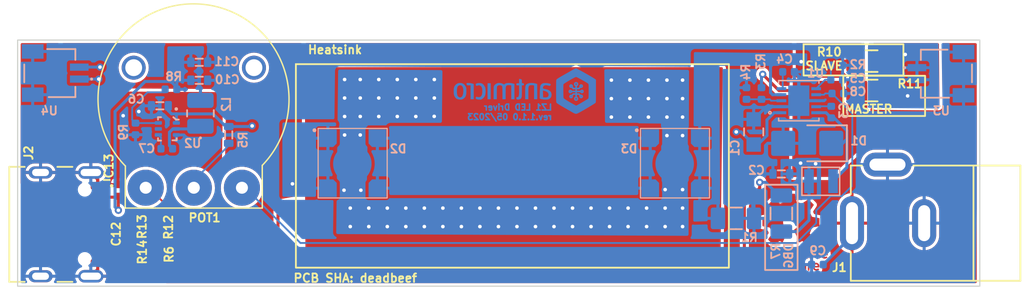
<source format=kicad_pcb>
(kicad_pcb (version 20211014) (generator pcbnew)
  (layers (0 "F.Cu" signal) (31 "B.Cu" signal) (34 "B.Paste" user) (35 "F.Paste" user) (36 "B.SilkS" user "B.Silkscreen") (37 "F.SilkS" user "F.Silkscreen") (38 "B.Mask" user) (39 "F.Mask" user) (44 "Edge.Cuts" user))
  (net 0 "")
  (net 1 "GND")
  (net 2 "+12V")
  (net 3 "Net-(C3-Pad1)")
  (net 4 "Net-(C3-Pad2)")
  (net 5 "Net-(C4-Pad2)")
  (net 6 "Net-(C5-Pad2)")
  (net 11 "SW")
  (net 12 "Net-(POT1-Pad2)")
  (net 13 "Net-(D2-Pad1)")
  (net 14 "Net-(C8-Pad2)")
  (net 15 "/LED DRIVER & USB-C Power output/VBUS")
  (net 16 "A_in")
  (net 17 "C_out")
  (net 18 "Thermal")
  (net 19 "Net-(C7-Pad1)")
  (net 20 "Net-(C7-Pad2)")
  (net 21 "Net-(R3-Pad2)")
  (net 22 "FB")
  (net 23 "Net-(TP1-Pad1)")
  (net 24 "Net-(R8-Pad1)")
  (net 25 "Net-(J2-PadA6)")
  (net 26 "Net-(J2-PadA7)")
  (net 27 "Net-(POT1-Pad1)")
  (footprint "antmicro-footprints:C_0402_1005Metric" (layer "F.Cu") (at 93.35 53.025 -90)
    (fp_text reference "C13")
    (fp_text value "C_100n_0402" hide)
  )
  (footprint "antmicro-footprints:R_0402_1005Metric" (layer "F.Cu") (at 96.5 56.115 90)
    (fp_text reference "R12")
    (fp_text value "R_10k_0402" hide)
  )
  (footprint "antmicro-footprints:BarrelJack_3167288_Horizontal" (layer "F.Cu") (at 154.375 55.75 90)
    (fp_text reference "J1")
    (fp_text value "BarrelJack_3167288" hide)
  )
  (footprint "antmicro-footprints:GCT_USB4105-GF-A" (layer "F.Cu") (at 88.159645 55.85 -90)
    (fp_text reference "J2")
    (fp_text value "USB4105-GF-A" hide)
  )
  (footprint "antmicro-footprints:R_1206_3216Metric" (layer "F.Cu") (at 156 44.7 180)
    (fp_text reference "R11")
    (fp_text value "R_0R_1206" hide)
  )
  (footprint "antmicro-footprints:R_0402_1005Metric" (layer "F.Cu") (at 94.325 56.075 90)
    (fp_text reference "R13")
    (fp_text value "R_100R_0402" hide)
  )
  (footprint "antmicro-footprints:C_0402_1005Metric" (layer "F.Cu") (at 93.25 58.7 90)
    (fp_text reference "C12")
    (fp_text value "C_100n_0402" hide)
  )
  (footprint "antmicro-footprints:R_0402_1005Metric" (layer "F.Cu") (at 96.5 58.35 -90)
    (fp_text reference "R6")
    (fp_text value "R_20k_0402" hide)
  )
  (footprint "antmicro-footprints:R_1206_3216Metric" (layer "F.Cu") (at 156 42.25 180)
    (fp_text reference "R10")
    (fp_text value "R_0R_1206" hide)
  )
  (footprint "antmicro-footprints:oshw-logo" (layer "F.Cu") (at 149.3 56.5)
    (fp_text reference "N2" hide)
    (fp_text value "oshw_logo" hide)
  )
  (footprint "antmicro-footprints:Potentiometer_SRPassives_R0141-2_Horizontal" (layer "F.Cu") (at 99.65 45.3)
    (fp_text reference "POT1")
    (fp_text value "R0141-2-20k" hide)
  )
  (footprint "antmicro-footprints:R_0402_1005Metric" (layer "F.Cu") (at 94.35 58.265 90)
    (fp_text reference "R14")
    (fp_text value "R_10k_0402" hide)
  )
  (footprint "antmicro-footprints:0402-res" (layer "B.Cu") (at 97.75 44.6)
    (fp_text reference "R8")
    (fp_text value "R_6k8_0402" hide)
  )
  (footprint "antmicro-footprints:SOT-563" (layer "B.Cu") (at 97.45 47.9 -90)
    (fp_text reference "U2")
    (fp_text value "AP62301Z6-7" hide)
  )
  (footprint "antmicro-footprints:L_1008_2520Metric" (layer "B.Cu") (at 100.2 46.6 90)
    (fp_text reference "L2")
    (fp_text value "TFM252012ALMA3R3MTAA" hide)
  )
  (footprint "antmicro-footprints:0402-res" (layer "B.Cu") (at 146.85 44.949 -90)
    (fp_text reference "R3")
    (fp_text value "R_18k_0402" hide)
  )
  (footprint "antmicro-footprints:0402-cap" (layer "B.Cu") (at 149.1 43.15 180)
    (fp_text reference "C4")
    (fp_text value "C_1n0_0402" hide)
  )
  (footprint "antmicro-footprints:LZ1-00R802_4EP_4.4x4.4" (layer "B.Cu") (at 112.881698 50.755567 180)
    (fp_text reference "D2")
    (fp_text value "LZ1-00R802-0000" hide)
  )
  (footprint "antmicro-footprints:0603-res" (layer "B.Cu") (at 102.55 48.4 90)
    (fp_text reference "R5")
    (fp_text value "R_300k_0603" hide)
  )
  (footprint "antmicro-footprints:0402-cap" (layer "B.Cu") (at 153.1 43.8 180)
    (fp_text reference "C5")
    (fp_text value "C_1n0_0402" hide)
  )
  (footprint "antmicro-footprints:R_0402_1005Metric" (layer "B.Cu") (at 94.8 47.9 90)
    (fp_text reference "R9")
    (fp_text value "R_1k3_0402" hide)
  )
  (footprint "antmicro-footprints:0805-cap" (layer "B.Cu") (at 146.2 48.15 -90)
    (fp_text reference "C1")
    (fp_text value "C_10u_0805" hide)
  )
  (footprint "antmicro-footprints:0402-res" (layer "B.Cu") (at 153.1 42.6 180)
    (fp_text reference "R2")
    (fp_text value "R_39k_0402" hide)
  )
  (footprint "antmicro-footprints:MP2483DQ-LF-P" (layer "B.Cu") (at 149.95 45.55)
    (fp_text reference "U1")
    (fp_text value "MP2483DQ-LF-P" hide)
  )
  (footprint "antmicro-footprints:0603-cap" (layer "B.Cu") (at 148.5 51.65)
    (fp_text reference "C2")
    (fp_text value "C_2u2_0603" hide)
  )
  (footprint "antmicro-footprints:C_0402_1005Metric" (layer "B.Cu") (at 153.2 44.95 180)
    (fp_text reference "C8")
    (fp_text value "C_100n_0402" hide)
  )
  (footprint "antmicro-footprints:LZ1-00R802_4EP_4.4x4.4" (layer "B.Cu") (at 139.681698 50.755567 180)
    (fp_text reference "D3")
    (fp_text value "LZ1-00R802-0000" hide)
  )
  (footprint "antmicro-footprints:C_0603_1608Metric" (layer "B.Cu") (at 100.1 42.35 180)
    (fp_text reference "C11")
    (fp_text value "C_22u_0603" hide)
  )
  (footprint "antmicro-footprints:R_1206_3216Metric" (layer "B.Cu") (at 148.5 54.95 -90)
    (fp_text reference "R7")
    (fp_text value "R_0R_1206" hide)
  )
  (footprint "antmicro-footprints:antmicro-logo_scaled_12mm" (layer "B.Cu") (at 127.206392 44.779296 180)
    (fp_text reference "N1" hide)
    (fp_text value "antmicro_logo" hide)
  )
  (footprint "antmicro-footprints:JST_SM02B-SRSS-TB-LF-SN" (layer "B.Cu") (at 161.75 43.3 -90)
    (fp_text reference "U3")
    (fp_text value "SM02B-SRSS-TB-LF-SN" hide)
  )
  (footprint "antmicro-footprints:C_0402_1005Metric" (layer "B.Cu") (at 151.5 59.2)
    (fp_text reference "C9")
    (fp_text value "C_100n_0402" hide)
  )
  (footprint "antmicro-footprints:DO-214AC" (layer "B.Cu") (at 150.65 49.1 180)
    (fp_text reference "D1")
    (fp_text value "B360A-M3" hide)
  )
  (footprint "antmicro-footprints:C_0402_1005Metric" (layer "B.Cu") (at 97.4 49.55)
    (fp_text reference "C7")
    (fp_text value "C_100n_0402" hide)
  )
  (footprint "antmicro-footprints:JST_SM02B-SRSS-TB-LF-SN" (layer "B.Cu") (at 88.15 43.25 90)
    (fp_text reference "U4")
    (fp_text value "SM02B-SRSS-TB-LF-SN" hide)
  )
  (footprint "antmicro-footprints:1206-res" (layer "B.Cu") (at 144.725 55.35 180)
    (fp_text reference "R1")
    (fp_text value "R_0R2_1206" hide)
  )
  (footprint "antmicro-footprints:C_0402_1005Metric" (layer "B.Cu") (at 152.65 46.5 90)
    (fp_text reference "C3")
    (fp_text value "C_100n_0402" hide)
  )
  (footprint "antmicro-footprints:R_0402_1005Metric" (layer "B.Cu") (at 145.6 44.949 90)
    (fp_text reference "R4")
    (fp_text value "R_2k_0402" hide)
  )
  (footprint "antmicro-footprints:C_0603_1608Metric" (layer "B.Cu") (at 96.825 45.975)
    (fp_text reference "C6")
    (fp_text value "C_10u_25V_0603" hide)
  )
  (footprint "antmicro-footprints:C_0603_1608Metric" (layer "B.Cu") (at 100.1 43.85 180)
    (fp_text reference "C10")
    (fp_text value "C_22u_0603" hide)
  )
  (footprint "antmicro-footprints:SRP2512A-1R0M" (layer "B.Cu") (at 151.55 52.25 180)
    (fp_text reference "L1" hide)
    (fp_text value "SRP2512A-4R7M" hide)
  )
  (gr_rect (start 149.85 52.55) (end 147.15 59.65) (layer "B.SilkS") (width 0.15) (fill none))
  (gr_rect (start 158.65 40.85) (end 150.35 43.45) (layer "F.SilkS") (width 0.15) (fill none))
  (gr_rect (start 153.65 43.475) (end 160.45 46.825) (layer "F.SilkS") (width 0.15) (fill none))
  (gr_rect (start 144.137198 59.455567) (end 108.137198 42.505567) (layer "F.SilkS") (width 0.15) (fill none))
  (gr_rect (start 85 40.5) (end 165 61) (layer "Edge.Cuts") (width 0.1) (fill none))
  (gr_text "LZ1 LED Driver \nrev.1.1.0 05/2023" (at 129.506392 46.504296) (layer "B.Cu") (effects (font (size 0.5 0.5) (thickness 0.125)) (justify left mirror)))
  (gr_text "DBG\n" (at 149.1 58.45 90) (layer "B.SilkS") (effects (font (size 0.7 0.7)) (justify mirror)))
  (gr_text "SLAVE\n" (at 152.05 42.65) (layer "F.SilkS") (effects (font (size 0.7 0.7))))
  (gr_text "MASTER\n" (at 155.75 46.25) (layer "F.SilkS") (effects (font (size 0.7 0.7))))
  (gr_text "PCB SHA: deadbeef" (at 113.075 60.325) (layer "F.SilkS") (effects (font (size 0.7 0.7))))
  (gr_text "Heatsink\n" (at 111.387198 41.305567) (layer "F.SilkS") (effects (font (size 0.7 0.7))))
  (segment (start 91.659645 59.596) (end 91.085645 60.17) (width 0.25) (layer "F.Cu") (net 1))
  (segment (start 93.15 52.616) (end 91.691645 52.616) (width 0.25) (layer "F.Cu") (net 1))
  (segment (start 91.659645 59.05) (end 91.659645 59.596) (width 0.25) (layer "F.Cu") (net 1))
  (segment (start 91.659645 52.103) (end 91.085645 51.529) (width 0.25) (layer "F.Cu") (net 1))
  (segment (start 91.659645 52.648) (end 91.659645 52.103) (width 0.25) (layer "F.Cu") (net 1))
  (via (at 95.075 46.45) (size 0.6) (drill 0.3) (layers "F.Cu" "B.Cu") (net 1))
  (via (at 93.775 46.8) (size 0.6) (drill 0.3) (layers "F.Cu" "B.Cu") (net 1))
  (segment (start 151.3954 45.55) (end 149.95 45.55) (width 0.25) (layer "B.Cu") (net 1))
  (segment (start 148.5046 46.049999) (end 147.250001 46.049999) (width 0.25) (layer "B.Cu") (net 1))
  (segment (start 96.125 45.975) (end 95.55 45.975) (width 0.25) (layer "B.Cu") (net 1))
  (segment (start 149.95 45.55) (end 149.95 43.516) (width 0.25) (layer "B.Cu") (net 1))
  (segment (start 147.250001 46.049999) (end 146.2 47.1) (width 0.25) (layer "B.Cu") (net 1))
  (segment (start 146.125 55.25) (end 146.125 52.041116) (width 0.25) (layer "B.Cu") (net 1))
  (segment (start 95.55 45.975) (end 95.075 46.45) (width 0.25) (layer "B.Cu") (net 1))
  (segment (start 146.516116 51.65) (end 147.8 51.65) (width 0.25) (layer "B.Cu") (net 1))
  (segment (start 148.5046 46.049999) (end 149.450001 46.049999) (width 0.25) (layer "B.Cu") (net 1))
  (segment (start 146.125 52.041116) (end 146.516116 51.65) (width 0.25) (layer "B.Cu") (net 1))
  (segment (start 149.95 43.516) (end 149.584 43.15) (width 0.25) (layer "B.Cu") (net 1))
  (via (at 104.5 47.65) (size 0.6) (drill 0.3) (layers "F.Cu" "B.Cu") (net 2))
  (via (at 144.75 48.15) (size 0.6) (drill 0.3) (layers "F.Cu" "B.Cu") (net 2))
  (segment (start 151.984 59.2) (end 153.7 57.484) (width 0.25) (layer "B.Cu") (net 2))
  (segment (start 147.3 47.15) (end 147.3 48.45) (width 0.25) (layer "B.Cu") (net 2))
  (segment (start 104.45 47.7) (end 104.5 47.65) (width 0.25) (layer "B.Cu") (net 2))
  (segment (start 148.5046 46.550001) (end 147.899999 46.550001) (width 0.25) (layer "B.Cu") (net 2))
  (segment (start 147.899999 46.550001) (end 147.3 47.15) (width 0.25) (layer "B.Cu") (net 2))
  (segment (start 98.2 46.65) (end 97.8 46.65) (width 0.25) (layer "B.Cu") (net 2))
  (segment (start 102.55 47.7) (end 104.45 47.7) (width 0.25) (layer "B.Cu") (net 2))
  (segment (start 97.525 46.375) (end 97.525 45.975) (width 0.25) (layer "B.Cu") (net 2))
  (segment (start 101.248528 46.65) (end 98.2 46.65) (width 0.25) (layer "B.Cu") (net 2))
  (segment (start 147.3 48.45) (end 146.55 49.2) (width 0.25) (layer "B.Cu") (net 2))
  (segment (start 144.75 48.15) (end 145.15 48.15) (width 0.25) (layer "B.Cu") (net 2))
  (segment (start 102.298528 47.7) (end 101.248528 46.65) (width 0.25) (layer "B.Cu") (net 2))
  (segment (start 98.2 46.65) (end 98.2 47.398) (width 0.25) (layer "B.Cu") (net 2))
  (segment (start 97.8 46.65) (end 97.525 46.375) (width 0.25) (layer "B.Cu") (net 2))
  (segment (start 145.15 48.15) (end 146.2 49.2) (width 0.25) (layer "B.Cu") (net 2))
  (segment (start 152.65 49.1) (end 153.6 49.1) (width 0.25) (layer "B.Cu") (net 3))
  (segment (start 152.216001 46.550001) (end 152.65 46.984) (width 0.25) (layer "B.Cu") (net 3))
  (segment (start 153.6 49.1) (end 153.9 48.8) (width 0.25) (layer "B.Cu") (net 3))
  (segment (start 151.3954 46.550001) (end 152.216001 46.550001) (width 0.25) (layer "B.Cu") (net 3))
  (segment (start 152.65 46.984) (end 152.890107 46.984) (width 0.25) (layer "B.Cu") (net 3))
  (segment (start 153.949 51.101) (end 152.8 52.25) (width 0.25) (layer "B.Cu") (net 3))
  (segment (start 152.890107 46.984) (end 153.949 48.042893) (width 0.25) (layer "B.Cu") (net 3))
  (segment (start 153.949 48.042893) (end 153.949 51.101) (width 0.25) (layer "B.Cu") (net 3))
  (segment (start 152.65 46.016) (end 151.429399 46.016) (width 0.15) (layer "B.Cu") (net 4))
  (segment (start 148.616 43.15) (end 148.616 44.438599) (width 0.15) (layer "B.Cu") (net 5))
  (segment (start 148.616 44.438599) (end 148.5046 44.549999) (width 0.15) (layer "B.Cu") (net 5))
  (segment (start 152.145399 43.8) (end 151.3954 44.549999) (width 0.15) (layer "B.Cu") (net 6))
  (segment (start 152.615 42.6) (end 152.615 43.799) (width 0.15) (layer "B.Cu") (net 6))
  (segment (start 152.616 43.8) (end 152.145399 43.8) (width 0.15) (layer "B.Cu") (net 6))
  (segment (start 148.298923 44.7) (end 154.501 44.7) (width 0.25) (layer "F.Cu") (net 11))
  (segment (start 146.948423 43.3495) (end 148.298923 44.7) (width 0.25) (layer "F.Cu") (net 11))
  (via (at 146.948423 43.3495) (size 0.6) (drill 0.3) (layers "F.Cu" "B.Cu") (net 11))
  (via (at 151.35 50.8) (size 0.6) (drill 0.3) (layers "F.Cu" "B.Cu") (net 11))
  (via (at 150.1 50.75) (size 0.6) (drill 0.3) (layers "F.Cu" "B.Cu") (net 11))
  (segment (start 150.8 55.5) (end 150.8 52.25) (width 0.25) (layer "B.Cu") (net 11))
  (segment (start 146.948423 43.3495) (end 146.85 43.447923) (width 0.25) (layer "B.Cu") (net 11))
  (segment (start 149.851 56.449) (end 150.8 55.5) (width 0.25) (layer "B.Cu") (net 11))
  (segment (start 149.851 56.449) (end 148.5 56.449) (width 0.25) (layer "B.Cu") (net 11))
  (segment (start 146.85 43.447923) (end 146.85 44.464) (width 0.25) (layer "B.Cu") (net 11))
  (segment (start 102.55 49.2864) (end 99.4746 52.3618) (width 0.15) (layer "B.Cu") (net 12))
  (segment (start 154.4 51.132593) (end 154.4 46.634) (width 0.15) (layer "B.Cu") (net 14))
  (segment (start 151.4 54.7) (end 152.6 53.5) (width 0.15) (layer "B.Cu") (net 14))
  (segment (start 149.748529 57.4) (end 151.4 55.748529) (width 0.15) (layer "B.Cu") (net 14))
  (segment (start 153.517588 53.5) (end 154.348 52.669588) (width 0.15) (layer "B.Cu") (net 14))
  (segment (start 154.348 52.669588) (end 154.348 51.184593) (width 0.15) (layer "B.Cu") (net 14))
  (segment (start 152.6 53.5) (end 153.517588 53.5) (width 0.15) (layer "B.Cu") (net 14))
  (segment (start 152.716 44.95) (end 152.15 44.95) (width 0.15) (layer "B.Cu") (net 14))
  (segment (start 154.4 46.634) (end 152.716 44.95) (width 0.15) (layer "B.Cu") (net 14))
  (segment (start 152.05 45.05) (end 151.3954 45.050001) (width 0.15) (layer "B.Cu") (net 14))
  (segment (start 108.5128 57.4) (end 149.748529 57.4) (width 0.15) (layer "B.Cu") (net 14))
  (segment (start 151.4 55.748529) (end 151.4 54.7) (width 0.15) (layer "B.Cu") (net 14))
  (segment (start 103.4746 52.3618) (end 108.5128 57.4) (width 0.15) (layer "B.Cu") (net 14))
  (segment (start 152.15 44.95) (end 152.05 45.05) (width 0.15) (layer "B.Cu") (net 14))
  (segment (start 154.348 51.184593) (end 154.4 51.132593) (width 0.15) (layer "B.Cu") (net 14))
  (segment (start 91.119952 53.45) (end 90.334645 54.235307) (width 0.25) (layer "F.Cu") (net 15))
  (segment (start 90.334645 54.235307) (end 90.334645 57.463693) (width 0.25) (layer "F.Cu") (net 15))
  (segment (start 93.25 58.216) (end 91.691645 58.216) (width 0.25) (layer "F.Cu") (net 15))
  (segment (start 93.275 53.584) (end 91.793645 53.584) (width 0.25) (layer "F.Cu") (net 15))
  (segment (start 91.118952 58.248) (end 91.659645 58.248) (width 0.25) (layer "F.Cu") (net 15))
  (segment (start 91.659645 53.45) (end 91.119952 53.45) (width 0.25) (layer "F.Cu") (net 15))
  (segment (start 93.375 53.684) (end 93.275 53.584) (width 0.25) (layer "F.Cu") (net 15))
  (segment (start 93.375 54.675) (end 93.375 53.684) (width 0.25) (layer "F.Cu") (net 15))
  (segment (start 90.334645 57.463693) (end 91.118952 58.248) (width 0.25) (layer "F.Cu") (net 15))
  (via (at 93.375 54.675) (size 0.6) (drill 0.3) (layers "F.Cu" "B.Cu") (net 15))
  (segment (start 93.1 46.45) (end 95.6 43.95) (width 0.25) (layer "B.Cu") (net 15))
  (segment (start 93.375 54.675) (end 93.1 54.4) (width 0.25) (layer "B.Cu") (net 15))
  (segment (start 93.1 54.4) (end 93.1 46.45) (width 0.25) (layer "B.Cu") (net 15))
  (segment (start 95.6 43.95) (end 97.75 43.95) (width 0.25) (layer "B.Cu") (net 15))
  (segment (start 97.75 43.95) (end 98.235 44.435) (width 0.25) (layer "B.Cu") (net 15))
  (segment (start 146.7 52.825) (end 146.7 52.35) (width 0.25) (layer "F.Cu") (net 16))
  (segment (start 145.425 54.1) (end 146.7 52.825) (width 0.25) (layer "F.Cu") (net 16))
  (segment (start 106.65 59) (end 107 59.35) (width 0.25) (layer "F.Cu") (net 16))
  (segment (start 145.425 58.975) (end 145.425 54.1) (width 0.25) (layer "F.Cu") (net 16))
  (segment (start 107 59.35) (end 145.05 59.35) (width 0.25) (layer "F.Cu") (net 16))
  (segment (start 106.65 53.675) (end 106.65 59) (width 0.25) (layer "F.Cu") (net 16))
  (segment (start 145.05 59.35) (end 145.425 58.975) (width 0.25) (layer "F.Cu") (net 16))
  (segment (start 107.85 52.475) (end 106.65 53.675) (width 0.25) (layer "F.Cu") (net 16))
  (via (at 107.85 52.475) (size 0.6) (drill 0.3) (layers "F.Cu" "B.Cu") (net 16))
  (via (at 91.75 43.75) (size 0.6) (drill 0.3) (layers "F.Cu" "B.Cu") (net 16))
  (via (at 146.7 52.35) (size 0.6) (drill 0.3) (layers "F.Cu" "B.Cu") (net 16))
  (via (at 91.85 42.75) (size 0.6) (drill 0.3) (layers "F.Cu" "B.Cu") (net 16))
  (segment (start 146.7 52.35) (end 147.2 52.35) (width 0.25) (layer "B.Cu") (net 16))
  (segment (start 91.75 43.75) (end 90.125 43.75) (width 0.25) (layer "B.Cu") (net 16))
  (segment (start 90.125 42.75) (end 91.85 42.75) (width 0.25) (layer "B.Cu") (net 16))
  (segment (start 147.2 52.35) (end 148.3 53.45) (width 0.25) (layer "B.Cu") (net 16))
  (via (at 158.8 41.7) (size 0.6) (drill 0.3) (layers "F.Cu" "B.Cu") (net 17))
  (via (at 159 45.15) (size 0.6) (drill 0.3) (layers "F.Cu" "B.Cu") (net 17))
  (via (at 112.187198 43.785567) (size 0.6) (drill 0.3) (layers "F.Cu" "B.Cu") (net 18))
  (via (at 126.517198 54.495567) (size 0.6) (drill 0.3) (layers "F.Cu" "B.Cu") (net 18))
  (via (at 112.187198 45.325567) (size 0.6) (drill 0.3) (layers "F.Cu" "B.Cu") (net 18))
  (via (at 115.027198 46.865567) (size 0.6) (drill 0.3) (layers "F.Cu" "B.Cu") (net 18))
  (via (at 112.187198 46.865567) (size 0.6) (drill 0.3) (layers "F.Cu" "B.Cu") (net 18))
  (via (at 119.637198 46.855567) (size 0.6) (drill 0.3) (layers "F.Cu" "B.Cu") (net 18))
  (via (at 123.437198 54.495567) (size 0.6) (drill 0.3) (layers "F.Cu" "B.Cu") (net 18))
  (via (at 137.447198 45.375567) (size 0.6) (drill 0.3) (layers "F.Cu" "B.Cu") (net 18))
  (via (at 118.817198 54.495567) (size 0.6) (drill 0.3) (layers "F.Cu" "B.Cu") (net 18))
  (via (at 134.217198 54.495567) (size 0.6) (drill 0.3) (layers "F.Cu" "B.Cu") (net 18))
  (via (at 131.137198 54.495567) (size 0.6) (drill 0.3) (layers "F.Cu" "B.Cu") (net 18))
  (via (at 112.657198 56.035567) (size 0.6) (drill 0.3) (layers "F.Cu" "B.Cu") (net 18))
  (via (at 135.907198 45.375567) (size 0.6) (drill 0.3) (layers "F.Cu" "B.Cu") (net 18))
  (via (at 118.107198 43.785567) (size 0.6) (drill 0.3) (layers "F.Cu" "B.Cu") (net 18))
  (via (at 132.677198 54.495567) (size 0.6) (drill 0.3) (layers "F.Cu" "B.Cu") (net 18))
  (via (at 113.487198 48.405567) (size 0.6) (drill 0.3) (layers "F.Cu" "B.Cu") (net 18))
  (via (at 113.487198 45.325567) (size 0.6) (drill 0.3) (layers "F.Cu" "B.Cu") (net 18))
  (via (at 138.987198 48.455567) (size 0.6) (drill 0.3) (layers "F.Cu" "B.Cu") (net 18))
  (via (at 115.027198 43.785567) (size 0.6) (drill 0.3) (layers "F.Cu" "B.Cu") (net 18))
  (via (at 129.597198 54.495567) (size 0.6) (drill 0.3) (layers "F.Cu" "B.Cu") (net 18))
  (via (at 135.907198 46.915567) (size 0.6) (drill 0.3) (layers "F.Cu" "B.Cu") (net 18))
  (via (at 134.367198 46.915567) (size 0.6) (drill 0.3) (layers "F.Cu" "B.Cu") (net 18))
  (via (at 120.357198 56.035567) (size 0.6) (drill 0.3) (layers "F.Cu" "B.Cu") (net 18))
  (via (at 140.287198 45.375567) (size 0.6) (drill 0.3) (layers "F.Cu" "B.Cu") (net 18))
  (via (at 135.907198 43.835567) (size 0.6) (drill 0.3) (layers "F.Cu" "B.Cu") (net 18))
  (via (at 113.537198 53.005567) (size 0.6) (drill 0.3) (layers "F.Cu" "B.Cu") (net 18))
  (via (at 134.367198 45.375567) (size 0.6) (drill 0.3) (layers "F.Cu" "B.Cu") (net 18))
  (via (at 140.287198 54.495567) (size 0.6) (drill 0.3) (layers "F.Cu" "B.Cu") (net 18))
  (via (at 135.757198 54.495567) (size 0.6) (drill 0.3) (layers "F.Cu" "B.Cu") (net 18))
  (via (at 112.187198 48.405567) (size 0.6) (drill 0.3) (layers "F.Cu" "B.Cu") (net 18))
  (via (at 138.837198 54.495567) (size 0.6) (drill 0.3) (layers "F.Cu" "B.Cu") (net 18))
  (via (at 138.987198 46.915567) (size 0.6) (drill 0.3) (layers "F.Cu" "B.Cu") (net 18))
  (via (at 138.837198 56.035567) (size 0.6) (drill 0.3) (layers "F.Cu" "B.Cu") (net 18))
  (via (at 129.597198 56.035567) (size 0.6) (drill 0.3) (layers "F.Cu" "B.Cu") (net 18))
  (via (at 123.437198 56.035567) (size 0.6) (drill 0.3) (layers "F.Cu" "B.Cu") (net 18))
  (via (at 115.737198 54.495567) (size 0.6) (drill 0.3) (layers "F.Cu" "B.Cu") (net 18))
  (via (at 140.287198 48.455567) (size 0.6) (drill 0.3) (layers "F.Cu" "B.Cu") (net 18))
  (via (at 112.137198 53.005567) (size 0.6) (drill 0.3) (layers "F.Cu" "B.Cu") (net 18))
  (via (at 124.977198 56.035567) (size 0.6) (drill 0.3) (layers "F.Cu" "B.Cu") (net 18))
  (via (at 138.837198 52.955567) (size 0.6) (drill 0.3) (layers "F.Cu" "B.Cu") (net 18))
  (via (at 114.197198 56.035567) (size 0.6) (drill 0.3) (layers "F.Cu" "B.Cu") (net 18))
  (via (at 128.057198 54.495567) (size 0.6) (drill 0.3) (layers "F.Cu" "B.Cu") (net 18))
  (via (at 132.677198 56.035567) (size 0.6) (drill 0.3) (layers "F.Cu" "B.Cu") (net 18))
  (via (at 135.757198 56.035567) (size 0.6) (drill 0.3) (layers "F.Cu" "B.Cu") (net 18))
  (via (at 124.977198 54.495567) (size 0.6) (drill 0.3) (layers "F.Cu" "B.Cu") (net 18))
  (via (at 134.217198 56.035567) (size 0.6) (drill 0.3) (layers "F.Cu" "B.Cu") (net 18))
  (via (at 117.277198 54.495567) (size 0.6) (drill 0.3) (layers "F.Cu" "B.Cu") (net 18))
  (via (at 137.297198 54.495567) (size 0.6) (drill 0.3) (layers "F.Cu" "B.Cu") (net 18))
  (via (at 118.107198 46.865567) (size 0.6) (drill 0.3) (layers "F.Cu" "B.Cu") (net 18))
  (via (at 138.987198 43.835567) (size 0.6) (drill 0.3) (layers "F.Cu" "B.Cu") (net 18))
  (via (at 116.567198 46.865567) (size 0.6) (drill 0.3) (layers "F.Cu" "B.Cu") (net 18))
  (via (at 134.367198 43.835567) (size 0.6) (drill 0.3) (layers "F.Cu" "B.Cu") (net 18))
  (via (at 121.897198 54.495567) (size 0.6) (drill 0.3) (layers "F.Cu" "B.Cu") (net 18))
  (via (at 121.897198 56.035567) (size 0.6) (drill 0.3) (layers "F.Cu" "B.Cu") (net 18))
  (via (at 131.137198 56.035567) (size 0.6) (drill 0.3) (layers "F.Cu" "B.Cu") (net 18))
  (via (at 113.487198 46.865567) (size 0.6) (drill 0.3) (layers "F.Cu" "B.Cu") (net 18))
  (via (at 120.357198 54.495567) (size 0.6) (drill 0.3) (layers "F.Cu" "B.Cu") (net 18))
  (via (at 118.817198 56.035567) (size 0.6) (drill 0.3) (layers "F.Cu" "B.Cu") (net 18))
  (via (at 114.197198 54.495567) (size 0.6) (drill 0.3) (layers "F.Cu" "B.Cu") (net 18))
  (via (at 117.277198 56.035567) (size 0.6) (drill 0.3) (layers "F.Cu" "B.Cu") (net 18))
  (via (at 126.517198 56.035567) (size 0.6) (drill 0.3) (layers "F.Cu" "B.Cu") (net 18))
  (via (at 137.297198 56.035567) (size 0.6) (drill 0.3) (layers "F.Cu" "B.Cu") (net 18))
  (via (at 119.647198 45.325567) (size 0.6) (drill 0.3) (layers "F.Cu" "B.Cu") (net 18))
  (via (at 140.287198 43.835567) (size 0.6) (drill 0.3) (layers "F.Cu" "B.Cu") (net 18))
  (via (at 115.737198 56.035567) (size 0.6) (drill 0.3) (layers "F.Cu" "B.Cu") (net 18))
  (via (at 140.287198 52.955567) (size 0.6) (drill 0.3) (layers "F.Cu" "B.Cu") (net 18))
  (via (at 116.567198 43.785567) (size 0.6) (drill 0.3) (layers "F.Cu" "B.Cu") (net 18))
  (via (at 119.647198 43.785567) (size 0.6) (drill 0.3) (layers "F.Cu" "B.Cu") (net 18))
  (via (at 137.447198 43.835567) (size 0.6) (drill 0.3) (layers "F.Cu" "B.Cu") (net 18))
  (via (at 116.567198 45.325567) (size 0.6) (drill 0.3) (layers "F.Cu" "B.Cu") (net 18))
  (via (at 118.107198 45.325567) (size 0.6) (drill 0.3) (layers "F.Cu" "B.Cu") (net 18))
  (via (at 137.447198 46.915567) (size 0.6) (drill 0.3) (layers "F.Cu" "B.Cu") (net 18))
  (via (at 140.287198 46.915567) (size 0.6) (drill 0.3) (layers "F.Cu" "B.Cu") (net 18))
  (via (at 138.987198 45.375567) (size 0.6) (drill 0.3) (layers "F.Cu" "B.Cu") (net 18))
  (via (at 115.027198 45.325567) (size 0.6) (drill 0.3) (layers "F.Cu" "B.Cu") (net 18))
  (via (at 113.487198 43.785567) (size 0.6) (drill 0.3) (layers "F.Cu" "B.Cu") (net 18))
  (via (at 140.287198 56.035567) (size 0.6) (drill 0.3) (layers "F.Cu" "B.Cu") (net 18))
  (via (at 112.657198 54.495567) (size 0.6) (drill 0.3) (layers "F.Cu" "B.Cu") (net 18))
  (via (at 128.057198 56.035567) (size 0.6) (drill 0.3) (layers "F.Cu" "B.Cu") (net 18))
  (segment (start 96.916 49.55) (end 96.916 48.614) (width 0.15) (layer "B.Cu") (net 19))
  (segment (start 96.916 48.614) (end 96.7 48.398) (width 0.15) (layer "B.Cu") (net 19))
  (segment (start 99.975 47.9) (end 97.901025 47.9) (width 0.25) (layer "B.Cu") (net 20))
  (segment (start 97.901025 47.9) (end 97.623 48.178025) (width 0.25) (layer "B.Cu") (net 20))
  (segment (start 97.623 48.178025) (end 97.623 49.289) (width 0.25) (layer "B.Cu") (net 20))
  (segment (start 97.623 49.289) (end 97.884 49.55) (width 0.25) (layer "B.Cu") (net 20))
  (segment (start 146.85 45.434) (end 147.534 45.434) (width 0.15) (layer "B.Cu") (net 21))
  (segment (start 145.6 45.434) (end 146.85 45.434) (width 0.15) (layer "B.Cu") (net 21))
  (segment (start 147.65 45.55) (end 148.5046 45.55) (width 0.15) (layer "B.Cu") (net 21))
  (segment (start 147.534 45.434) (end 147.65 45.55) (width 0.15) (layer "B.Cu") (net 21))
  (via (at 150.15 42.3) (size 0.6) (drill 0.3) (layers "F.Cu" "B.Cu") (net 22))
  (segment (start 148.5046 45.050001) (end 147.773203 45.050001) (width 0.25) (layer "B.Cu") (net 22))
  (segment (start 147.773203 45.050001) (end 147.6 44.876798) (width 0.25) (layer "B.Cu") (net 22))
  (segment (start 148 42.3) (end 147.6 42.7) (width 0.25) (layer "B.Cu") (net 22))
  (segment (start 150.15 42.3) (end 148 42.3) (width 0.25) (layer "B.Cu") (net 22))
  (segment (start 147.6 44.876798) (end 147.6 42.7) (width 0.25) (layer "B.Cu") (net 22))
  (segment (start 94.8 47.415) (end 94.525 47.14) (width 0.15) (layer "B.Cu") (net 24))
  (segment (start 96.685 47.415) (end 94.8 47.415) (width 0.15) (layer "B.Cu") (net 24))
  (segment (start 94.525 47.14) (end 94.525 46.125) (width 0.15) (layer "B.Cu") (net 24))
  (segment (start 94.525 46.125) (end 95.8 44.85) (width 0.15) (layer "B.Cu") (net 24))
  (segment (start 95.8 44.85) (end 97.265 44.85) (width 0.15) (layer "B.Cu") (net 24))
  (segment (start 94.325 56.56) (end 94.325 57.755) (width 0.15) (layer "F.Cu") (net 25))
  (segment (start 90.95 55.6) (end 91.659645 55.6) (width 0.15) (layer "F.Cu") (net 25))
  (segment (start 90.898 56.598) (end 90.784645 56.484645) (width 0.15) (layer "F.Cu") (net 25))
  (segment (start 94.325 56.56) (end 91.701645 56.56) (width 0.15) (layer "F.Cu") (net 25))
  (segment (start 91.659645 56.598) (end 90.898 56.598) (width 0.15) (layer "F.Cu") (net 25))
  (segment (start 90.784645 55.765355) (end 90.95 55.6) (width 0.15) (layer "F.Cu") (net 25))
  (segment (start 90.784645 56.484645) (end 90.784645 55.765355) (width 0.15) (layer "F.Cu") (net 25))
  (segment (start 92.502 56.098) (end 91.659645 56.098) (width 0.15) (layer "F.Cu") (net 26))
  (segment (start 92.5 55.1) (end 91.659645 55.1) (width 0.15) (layer "F.Cu") (net 26))
  (segment (start 93.03 55.63) (end 92.5 55.1) (width 0.15) (layer "F.Cu") (net 26))
  (segment (start 96.5 55.63) (end 93.03 55.63) (width 0.15) (layer "F.Cu") (net 26))
  (segment (start 92.97 55.63) (end 92.502 56.098) (width 0.15) (layer "F.Cu") (net 26))
  (segment (start 93.03 55.63) (end 92.97 55.63) (width 0.15) (layer "F.Cu") (net 26))
  (segment (start 97.365 58.835) (end 96.465 58.835) (width 0.15) (layer "F.Cu") (net 27))
  (segment (start 95.4746 52.3618) (end 97.775 54.6622) (width 0.15) (layer "F.Cu") (net 27))
  (segment (start 97.775 54.6622) (end 97.775 58.425) (width 0.15) (layer "F.Cu") (net 27))
  (segment (start 97.775 58.425) (end 97.365 58.835) (width 0.15) (layer "F.Cu") (net 27))
  (zone (net 1) (net_name "GND") (layer "F.Cu") (priority 2) (connect_pads (clearance 0.254)) (min_thickness 0.254) (fill yes (thermal_gap 0.254) (thermal_bridge_width 0.254))
    (polygon (pts (xy 97.05 60.625) (xy 90.625 60.625) (xy 90.6 58.725) (xy 92.65 58.675) (xy 92.6 55.95) (xy 97.05 56)))
  )
  (zone (net 2) (net_name "+12V") (layer "F.Cu") (connect_pads (clearance 0.254)) (min_thickness 0.2) (fill yes (thermal_gap 0.254) (thermal_bridge_width 0.254))
    (polygon (pts (xy 164.95 60.8) (xy 85.1 60.85) (xy 85.05 40.5) (xy 164.875 40.625)))
  )
  (zone (net 11) (net_name "SW") (layer "F.Cu") (priority 2) (connect_pads (clearance 0.254)) (min_thickness 0.2) (fill yes (thermal_gap 0.254) (thermal_bridge_width 0.254))
    (polygon (pts (xy 155.65 49.05) (xy 152.6 51.9) (xy 149.4 51.9) (xy 149.45 43.9) (xy 155.65 43.9)))
  )
  (zone (net 16) (net_name "A_in") (layer "F.Cu") (priority 2) (connect_pads (clearance 0.254)) (min_thickness 0.2) (fill yes (thermal_gap 0.254) (thermal_bridge_width 0.254))
    (polygon (pts (xy 108.625 53.425) (xy 106 53.9) (xy 106 44.6) (xy 88.7 44.5) (xy 88.7 40.45) (xy 108.65 40.575)))
  )
  (zone (net 22) (net_name "FB") (layer "F.Cu") (priority 1) (connect_pads (clearance 0.254)) (min_thickness 0.2) (fill yes (thermal_gap 0.254) (thermal_bridge_width 0.254))
    (polygon (pts (xy 155.2 40.5) (xy 155.25 42.5) (xy 155.2 45.1) (xy 149.7 45.1) (xy 149.7 40.55)))
  )
  (zone (net 17) (net_name "C_out") (layer "F.Cu") (priority 1) (connect_pads (clearance 0.254)) (min_thickness 0.2) (fill yes (thermal_gap 0.254) (thermal_bridge_width 0.254))
    (polygon (pts (xy 161.65 46.1) (xy 156.25 46.05) (xy 156.1 40.5) (xy 161.6 40.45)))
  )
  (zone (net 18) (net_name "Thermal") (layer "F.Cu") (priority 1) (connect_pads (clearance 0.254)) (min_thickness 0.2) (fill yes (thermal_gap 0.254) (thermal_bridge_width 0.254))
    (polygon (pts (xy 143.437198 58.755567) (xy 108.937198 58.855567) (xy 108.837198 42.755567) (xy 143.637198 42.755567)))
  )
  (zone (net 1) (net_name "GND") (layer "F.Cu") (priority 1) (connect_pads (clearance 0.254)) (min_thickness 0.2) (fill yes (thermal_gap 0.254) (thermal_bridge_width 0.254))
    (polygon (pts (xy 102.15 40.5) (xy 101.95 53.05) (xy 85.05 52.5) (xy 85.1 40.5)))
  )
  (zone (net 18) (net_name "Thermal") (layer "B.Cu") (priority 1) (connect_pads yes (clearance 0.254)) (min_thickness 0.254) (fill yes (thermal_gap 0.254) (thermal_bridge_width 0.254) (island_removal_mode 1) (island_area_min 0))
    (polygon (pts (xy 140.825334 42.978018) (xy 140.787198 56.805567) (xy 111.488057 56.65676) (xy 111.65 42.95) (xy 120.325 43) (xy 120.287198 47.605567) (xy 114.110784 47.608411) (xy 114.037198 52.705567) (xy 138.550716 53.094177) (xy 138.487198 47.455567) (xy 133.837198 47.405567) (xy 133.775334 42.928018)))
  )
  (zone (net 15) (net_name "/LED DRIVER & USB-C Power output/VBUS") (layer "B.Cu") (priority 2) (connect_pads (clearance 0.254)) (min_thickness 0.254) (fill yes (thermal_gap 0.254) (thermal_bridge_width 0.254) (island_removal_mode 1) (island_area_min 0))
    (polygon (pts (xy 100.4 45.25) (xy 97.4 45.275) (xy 97.45 41.025) (xy 97.425 41.025) (xy 100.5 41)))
  )
  (zone (net 11) (net_name "SW") (layer "B.Cu") (priority 2) (connect_pads (clearance 0.254)) (min_thickness 0.2) (fill yes (thermal_gap 0.254) (thermal_bridge_width 0.254))
    (polygon (pts (xy 151.8 53.75) (xy 148.45 53.875) (xy 148.425 50.325) (xy 151.8 50.3)))
  )
  (zone (net 1) (net_name "GND") (layer "B.Cu") (connect_pads (clearance 0.254)) (min_thickness 0.2) (fill yes (thermal_gap 0.254) (thermal_bridge_width 0.254))
    (polygon (pts (xy 89.348936 40.471647) (xy 164.949868 40.450132) (xy 164.65 60.95) (xy 85.1 60.85) (xy 85.05 40.55) (xy 85.149068 40.521515)))
  )
  (zone (net 17) (net_name "C_out") (layer "B.Cu") (priority 1) (connect_pads (clearance 0.254)) (min_thickness 0.2) (fill yes (thermal_gap 0.254) (thermal_bridge_width 0.254))
    (polygon (pts (xy 161.554741 40.600041) (xy 161.65 46.2) (xy 155.7 46.15) (xy 155.7 41.1) (xy 155.754741 40.550041)))
  )
  (zone (net 22) (net_name "FB") (layer "B.Cu") (priority 1) (connect_pads (clearance 0.254)) (min_thickness 0.2) (fill yes (thermal_gap 0.254) (thermal_bridge_width 0.254))
    (polygon (pts (xy 150.645016 41.607887) (xy 150.65 41.7) (xy 150.65 42.65) (xy 143.35266 42.648759) (xy 143.414615 55.558245) (xy 141.175 55.625) (xy 141.225 41.5)))
  )
  (zone (net 0) (net_name "") (layer "B.Cu") (connect_pads (clearance 0)) (min_thickness 0.254)
    (keepout (tracks not_allowed) (vias not_allowed) (pads not_allowed) (copperpour not_allowed) (footprints allowed))
    (fill (thermal_gap 0.508) (thermal_bridge_width 0.508))
    (polygon (pts (xy 133.725 47.4) (xy 120.275 47.55) (xy 120.325 42.75) (xy 133.675 42.775) (xy 133.675 42.75) (xy 133.7 42.75)))
  )
  (zone (net 16) (net_name "A_in") (layer "B.Cu") (priority 2) (connect_pads (clearance 0.254)) (min_thickness 0.254) (fill yes (thermal_gap 0.254) (thermal_bridge_width 0.254) (island_removal_mode 1) (island_area_min 0))
    (polygon (pts (xy 111.487198 53.555567) (xy 107.012198 53.555567) (xy 107.012198 47.430567) (xy 107.062198 47.380567) (xy 107.012198 47.380567) (xy 107.012198 47.355567) (xy 111.487198 47.355567)))
  )
  (zone (net 13) (net_name "Net-(D2-Pad1)") (layer "B.Cu") (priority 2) (connect_pads (clearance 0.254)) (min_thickness 0.254) (fill yes (thermal_gap 0.254) (thermal_bridge_width 0.254) (island_removal_mode 1) (island_area_min 0))
    (polygon (pts (xy 114.287198 47.655567) (xy 138.287198 47.655567) (xy 138.287198 53.405567) (xy 114.262198 53.405567) (xy 114.262198 47.630567) (xy 114.287198 47.630567)))
  )
)
</source>
